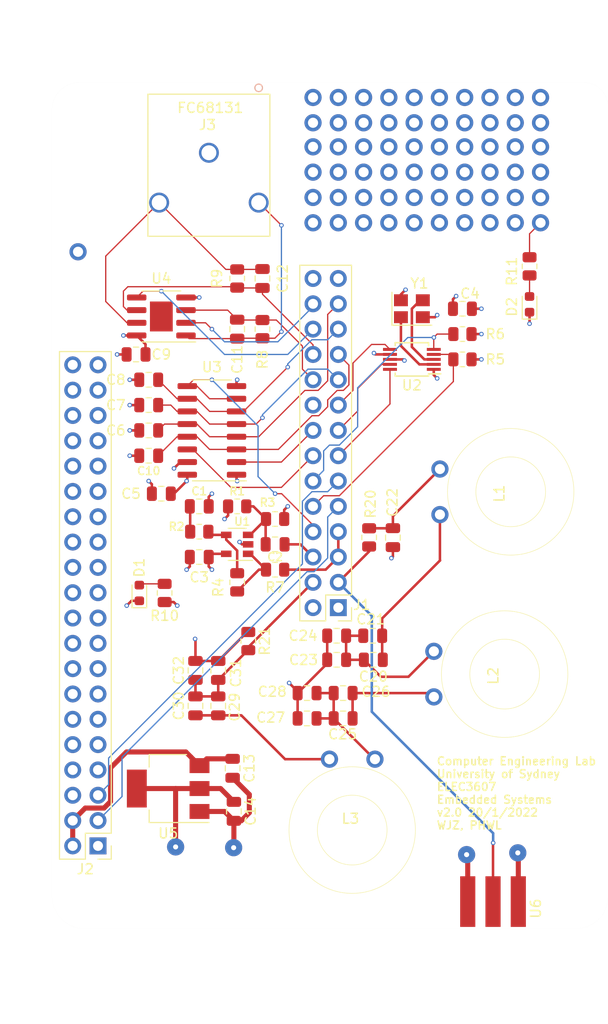
<source format=kicad_pcb>
(kicad_pcb (version 20211014) (generator pcbnew)
  (layers (0 "F.Cu" signal) (1 "In1.Cu" power "GNDD.Cu") (2 "In2.Cu" power "3V3.Cu") (31 "B.Cu" signal) (34 "B.Paste" user) (35 "F.Paste" user) (36 "B.SilkS" user "B.Silkscreen") (37 "F.SilkS" user "F.Silkscreen") (38 "B.Mask" user) (39 "F.Mask" user) (44 "Edge.Cuts" user))
  (net 0 "")
  (net 1 "+3V3")
  (net 2 "GND")
  (net 3 "Net-(C1-Pad2)")
  (net 4 "Net-(C2-Pad2)")
  (net 5 "RFIN")
  (net 6 "Q+")
  (net 7 "I+")
  (net 8 "Iout")
  (net 9 "Qout")
  (net 10 "RFOUT")
  (net 11 "MIXIN")
  (net 12 "I2C_SCL")
  (net 13 "I2C_SDA")
  (net 14 "CLK0")
  (net 15 "MIXCLK0")
  (net 16 "CLK1")
  (net 17 "MIXCLK90")
  (net 18 "CLK2")
  (net 19 "MIXI+")
  (net 20 "MIXI-")
  (net 21 "MIXQ+")
  (net 22 "MIXQ-")
  (net 23 "Net-(R2-Pad1)")
  (net 24 "Net-(R4-Pad1)")
  (net 25 "Net-(U2-Pad2)")
  (net 26 "Net-(U2-Pad3)")
  (net 27 "I-")
  (net 28 "Q-")
  (net 29 "Net-(D1-Pad2)")
  (net 30 "Net-(D2-Pad2)")
  (net 31 "LED_IN")
  (net 32 "P3_SDA")
  (net 33 "P5_SCL")
  (net 34 "Net-(J1-Pad28)")
  (net 35 "Net-(C13-Pad1)")
  (net 36 "Net-(C20-Pad1)")
  (net 37 "Net-(C20-Pad2)")
  (net 38 "Net-(C22-Pad1)")
  (net 39 "Net-(C25-Pad2)")
  (net 40 "Net-(C25-Pad1)")
  (net 41 "Net-(C29-Pad1)")
  (net 42 "Net-(J1-Pad27)")
  (net 43 "Net-(J2-Pad40)")
  (net 44 "Net-(J2-Pad38)")
  (net 45 "Net-(J2-Pad37)")
  (net 46 "Net-(J2-Pad36)")
  (net 47 "Net-(J2-Pad35)")
  (net 48 "Net-(J2-Pad33)")
  (net 49 "Net-(J2-Pad32)")
  (net 50 "Net-(J2-Pad31)")
  (net 51 "Net-(J2-Pad30)")
  (net 52 "Net-(J2-Pad29)")
  (net 53 "Net-(J2-Pad28)")
  (net 54 "Net-(J2-Pad27)")
  (net 55 "Net-(J2-Pad26)")
  (net 56 "Net-(J2-Pad24)")
  (net 57 "Net-(J2-Pad23)")
  (net 58 "Net-(J2-Pad22)")
  (net 59 "Net-(J2-Pad21)")
  (net 60 "Net-(J2-Pad19)")
  (net 61 "Net-(J2-Pad18)")
  (net 62 "Net-(J2-Pad17)")
  (net 63 "Net-(J2-Pad16)")
  (net 64 "Net-(J2-Pad15)")
  (net 65 "Net-(J2-Pad13)")
  (net 66 "Net-(J2-Pad12)")
  (net 67 "Net-(J2-Pad11)")
  (net 68 "Net-(J2-Pad10)")
  (net 69 "Net-(J2-Pad8)")
  (net 70 "Net-(J2-Pad1)")
  (net 71 "BPFOUT")
  (net 72 "BPFIN")
  (net 73 "Net-(J2-Pad7)")
  (footprint "Capacitor_SMD:C_0805_2012Metric" (layer "F.Cu") (at 154.1018 81.0641 180)
    (fp_text reference "C4")
    (fp_text value "0.1uF")
  )
  (footprint "Capacitor_SMD:C_0805_2012Metric" (layer "F.Cu") (at 122.5804 93.2688 180)
    (fp_text reference "C6")
    (fp_text value "0.1uF")
  )
  (footprint "Capacitor_SMD:C_0805_2012Metric" (layer "F.Cu") (at 122.5804 90.7288 180)
    (fp_text reference "C7")
    (fp_text value "0.1uF")
  )
  (footprint "Capacitor_SMD:C_0805_2012Metric" (layer "F.Cu") (at 121.3104 85.6488 180)
    (fp_text reference "C9")
    (fp_text value "0.1uF")
  )
  (footprint "Capacitor_SMD:C_0805_2012Metric" (layer "F.Cu") (at 122.5804 95.8088 180)
    (fp_text reference "C10")
    (fp_text value "0.1uF")
  )
  (footprint "Resistor_SMD:R_0805_2012Metric" (layer "F.Cu") (at 154.1018 83.6041)
    (fp_text reference "R6")
    (fp_text value "4.7k")
  )
  (footprint "Package_SO:MSOP-10_3x3mm_P0.5mm" (layer "F.Cu") (at 149.0218 86.1441 180)
    (fp_text reference "U2")
    (fp_text value "Si5351A-B-GT")
  )
  (footprint "Package_SO:SOIC-16_3.9x9.9mm_P1.27mm" (layer "F.Cu") (at 128.9304 93.2688 180)
    (fp_text reference "U3")
    (fp_text value "TS3A5017")
  )
  (footprint "Capacitor_SMD:C_0805_2012Metric" (layer "F.Cu") (at 131.4704 83.1088 90)
    (fp_text reference "C11")
    (fp_text value "3300pF")
  )
  (footprint "Package_SO:SOIC-8-1EP_3.9x4.9mm_P1.27mm_EP2.29x3mm" (layer "F.Cu") (at 123.8504 81.8388 180)
    (fp_text reference "U4")
    (fp_text value "TL972")
  )
  (footprint "Resistor_SMD:R_0805_2012Metric" (layer "F.Cu") (at 134.0104 83.1088 90)
    (fp_text reference "R8")
    (fp_text value "10K")
  )
  (footprint "Resistor_SMD:R_0805_2012Metric" (layer "F.Cu") (at 154.1018 86.1441)
    (fp_text reference "R5")
    (fp_text value "4.7k")
  )
  (footprint "Crystal:Crystal_SMD_TXC_7M-4Pin_3.2x2.5mm" (layer "F.Cu") (at 149.0218 81.0641)
    (fp_text reference "Y1")
    (fp_text value "Crystal")
  )
  (footprint "Capacitor_SMD:C_0805_2012Metric" (layer "F.Cu") (at 123.8504 99.6188 180)
    (fp_text reference "C5")
    (fp_text value "0.1uF")
  )
  (footprint "Resistor_SMD:R_0805_2012Metric" (layer "F.Cu") (at 131.4704 78.0288 -90)
    (fp_text reference "R9")
    (fp_text value "10K")
  )
  (footprint "Capacitor_SMD:C_0805_2012Metric" (layer "F.Cu") (at 134.0104 78.0288 -90)
    (fp_text reference "C12")
    (fp_text value "3300pF")
  )
  (footprint "Connector_PinHeader_2.54mm:PinHeader_2x14_P2.54mm_Vertical" (layer "F.Cu") (at 141.6304 111.0488 180)
    (fp_text reference "J1")
    (fp_text value "Conn_02x14_Odd_Even")
  )
  (footprint "Capacitor_SMD:C_0805_2012Metric" (layer "F.Cu") (at 127.6604 105.9688)
    (fp_text reference "C3")
    (fp_text value "0.1uF")
  )
  (footprint "Resistor_SMD:R_0805_2012Metric" (layer "F.Cu") (at 127.6604 103.4288 180)
    (fp_text reference "R2")
    (fp_text value "47")
  )
  (footprint "Capacitor_SMD:C_0805_2012Metric" (layer "F.Cu") (at 127.6604 100.8888 180)
    (fp_text reference "C1")
    (fp_text value "0.1uF")
  )
  (footprint "Package_TO_SOT_SMD:SOT-23-5" (layer "F.Cu") (at 131.4704 104.6988 180)
    (fp_text reference "U1")
    (fp_text value "THS4304")
  )
  (footprint "Resistor_SMD:R_0805_2012Metric" (layer "F.Cu") (at 135.2804 102.1588)
    (fp_text reference "R3")
    (fp_text value "470")
  )
  (footprint "Resistor_SMD:R_0805_2012Metric" (layer "F.Cu") (at 135.2804 107.2388 180)
    (fp_text reference "R7")
    (fp_text value "100")
  )
  (footprint "Capacitor_SMD:C_0805_2012Metric" (layer "F.Cu") (at 135.2804 104.6988 180)
    (fp_text reference "C2")
    (fp_text value "0.01uF")
  )
  (footprint "Resistor_SMD:R_0805_2012Metric" (layer "F.Cu") (at 131.4704 100.8888)
    (fp_text reference "R1")
    (fp_text value "470")
  )
  (footprint "Resistor_SMD:R_0805_2012Metric" (layer "F.Cu") (at 131.4704 108.5088 90)
    (fp_text reference "R4")
    (fp_text value "220")
  )
  (footprint "Diode_SMD:D_0603_1608Metric" (layer "F.Cu") (at 121.6406 109.5756 90)
    (fp_text reference "D1")
    (fp_text value "LED yellow")
  )
  (footprint "Resistor_SMD:R_0805_2012Metric" (layer "F.Cu") (at 124.1806 109.5756 90)
    (fp_text reference "R10")
    (fp_text value "62")
  )
  (footprint "Capacitor_SMD:C_0805_2012Metric" (layer "F.Cu") (at 122.5804 88.1888 180)
    (fp_text reference "C8")
    (fp_text value "0.1uF")
  )
  (footprint "Connector_PinHeader_2.54mm:PinHeader_2x20_P2.54mm_Vertical" (layer "F.Cu") (at 117.4877 134.9502 180)
    (fp_text reference "J2")
    (fp_text value "Conn_02x20_Odd_Even")
  )
  (footprint "AudioJack:FC68131" (layer "F.Cu") (at 133.6294 62.9158 -90)
    (fp_text reference "J3")
    (fp_text value "FC68131")
  )
  (footprint "Diode_SMD:D_0603_1608Metric" (layer "F.Cu") (at 160.8455 80.6196 90)
    (fp_text reference "D2")
    (fp_text value "LED blue")
  )
  (footprint "Resistor_SMD:R_0805_2012Metric" (layer "F.Cu") (at 160.8455 76.8096 -90)
    (fp_text reference "R11")
    (fp_text value "200")
  )
  (footprint "Capacitor_SMD:C_0805_2012Metric" (layer "F.Cu") (at 131.0132 127.1651 -90)
    (fp_text reference "C13")
    (fp_text value "100nF")
  )
  (footprint "Capacitor_SMD:C_0805_2012Metric" (layer "F.Cu") (at 131.1402 131.4831 -90)
    (fp_text reference "C14")
    (fp_text value "10uF")
  )
  (footprint "Capacitor_SMD:C_0805_2012Metric" (layer "F.Cu") (at 145.1483 116.2812 180)
    (fp_text reference "C20")
    (fp_text value "33pF")
  )
  (footprint "Capacitor_SMD:C_0805_2012Metric" (layer "F.Cu") (at 145.0873 113.8682 180)
    (fp_text reference "C21")
    (fp_text value "27pF")
  )
  (footprint "Capacitor_SMD:C_0805_2012Metric" (layer "F.Cu") (at 147.1168 104.0257 -90)
    (fp_text reference "C22")
    (fp_text value "270pF")
  )
  (footprint "Capacitor_SMD:C_0805_2012Metric" (layer "F.Cu") (at 141.4653 116.2812 180)
    (fp_text reference "C23")
    (fp_text value "680pF")
  )
  (footprint "Capacitor_SMD:C_0805_2012Metric" (layer "F.Cu") (at 141.4653 113.8682 180)
    (fp_text reference "C24")
    (fp_text value "22pF")
  )
  (footprint "Capacitor_SMD:C_0805_2012Metric" (layer "F.Cu") (at 142.1155 122.1613 180)
    (fp_text reference "C25")
    (fp_text value "33pF")
  )
  (footprint "Capacitor_SMD:C_0805_2012Metric" (layer "F.Cu") (at 142.1155 119.6213 180)
    (fp_text reference "C26")
    (fp_text value "27pF")
  )
  (footprint "Capacitor_SMD:C_0805_2012Metric" (layer "F.Cu") (at 138.4935 122.1613 180)
    (fp_text reference "C27")
    (fp_text value "680pF")
  )
  (footprint "Capacitor_SMD:C_0805_2012Metric" (layer "F.Cu") (at 138.4935 119.6213 180)
    (fp_text reference "C28")
    (fp_text value "22pF")
  )
  (footprint "Capacitor_SMD:C_0805_2012Metric" (layer "F.Cu") (at 129.5654 120.904 90)
    (fp_text reference "C29")
    (fp_text value "33pF")
  )
  (footprint "Capacitor_SMD:C_0805_2012Metric" (layer "F.Cu") (at 127.2794 120.904 90)
    (fp_text reference "C30")
    (fp_text value "27pF")
  )
  (footprint "Capacitor_SMD:C_0805_2012Metric" (layer "F.Cu") (at 129.5654 117.348 90)
    (fp_text reference "C31")
    (fp_text value "680pF")
  )
  (footprint "Capacitor_SMD:C_0805_2012Metric" (layer "F.Cu") (at 127.2794 117.348 90)
    (fp_text reference "C32")
    (fp_text value "22pF")
  )
  (footprint "AudioJack:T94-10" (layer "F.Cu") (at 158.9532 99.4283 -90)
    (fp_text reference "L1")
    (fp_text value "INDUCTOR")
  )
  (footprint "AudioJack:T94-10" (layer "F.Cu") (at 158.3436 117.7163 -90)
    (fp_text reference "L2")
    (fp_text value "INDUCTOR")
  )
  (footprint "AudioJack:T94-10" (layer "F.Cu") (at 143.0274 133.3627 180)
    (fp_text reference "L3")
    (fp_text value "INDUCTOR")
  )
  (footprint "Resistor_SMD:R_0805_2012Metric" (layer "F.Cu") (at 144.7292 104.0003 -90)
    (fp_text reference "R20")
    (fp_text value "50")
  )
  (footprint "Resistor_SMD:R_0805_2012Metric" (layer "F.Cu") (at 132.588 114.4016 -90)
    (fp_text reference "R21")
    (fp_text value "50")
  )
  (footprint "Package_TO_SOT_SMD:SOT-223-3_TabPin2" (layer "F.Cu") (at 124.5362 129.1971 180)
    (fp_text reference "U5")
    (fp_text value "LD1117S33TR_SOT223")
  )
  (footprint "AudioJack:BWSMA-KE-P001" (layer "F.Cu") (at 157.1752 143.8402 -90)
    (fp_text reference "U6")
    (fp_text value "BWSMA-KE-P001")
  )
  (gr_line (start 165.519126 143.255848) (end 116.1542 143.256) (layer "Edge.Cuts") (width 0.00254))
  (gr_line (start 166.292299 58.356495) (end 115.6462 58.3565) (layer "Edge.Cuts") (width 0.00254))
  (gr_line (start 112.8522 139.954) (end 112.8522 61.1505) (layer "Edge.Cuts") (width 0.00254))
  (gr_arc (start 166.292299 58.356495) (mid 168.031721 59.086578) (end 168.7449 60.833) (layer "Edge.Cuts") (width 0.00254))
  (gr_arc (start 116.1542 143.256) (mid 113.819333 142.288867) (end 112.8522 139.954) (layer "Edge.Cuts") (width 0.00254))
  (gr_arc (start 168.732127 140.017501) (mid 167.80004 142.305809) (end 165.519126 143.255848) (layer "Edge.Cuts") (width 0.00254))
  (gr_line (start 168.7322 140.0175) (end 168.7449 60.833) (layer "Edge.Cuts") (width 0.00254))
  (gr_arc (start 112.8522 61.1505) (mid 113.670544 59.174844) (end 115.6462 58.3565) (layer "Edge.Cuts") (width 0.00254))
  (gr_text "Computer Engineering Lab\nUniversity of Sydney\nELEC3607\nEmbedded Systems\nv2.0 20/1/2022\nWJZ, PHWL" (at 151.4475 129.667) (layer "F.SilkS") (effects (font (size 0.8 0.8)) (justify left)))
  (via (at 151.7904 72.4408) (size 1.7272) (drill 1.016) (layers "F.Cu" "B.Cu") (net 0))
  (via (at 154.3304 72.4408) (size 1.7272) (drill 1.016) (layers "F.Cu" "B.Cu") (net 0))
  (via (at 141.6304 72.4408) (size 1.7272) (drill 1.016) (layers "F.Cu" "B.Cu") (net 0))
  (via (at 154.3304 64.8208) (size 1.7272) (drill 1.016) (layers "F.Cu" "B.Cu") (net 0))
  (via (at 149.2504 67.3608) (size 1.7272) (drill 1.016) (layers "F.Cu" "B.Cu") (net 0))
  (via (at 151.7904 69.9008) (size 1.7272) (drill 1.016) (layers "F.Cu" "B.Cu") (net 0))
  (via (at 144.1704 72.4408) (size 1.7272) (drill 1.016) (layers "F.Cu" "B.Cu") (net 0))
  (via (at 151.7904 64.8208) (size 1.7272) (drill 1.016) (layers "F.Cu" "B.Cu") (net 0))
  (via (at 159.4104 64.8208) (size 1.7272) (drill 1.016) (layers "F.Cu" "B.Cu") (net 0))
  (via (at 154.3304 69.9008) (size 1.7272) (drill 1.016) (layers "F.Cu" "B.Cu") (net 0))
  (via (at 156.8704 67.3608) (size 1.7272) (drill 1.016) (layers "F.Cu" "B.Cu") (net 0))
  (via (at 154.3304 67.3608) (size 1.7272) (drill 1.016) (layers "F.Cu" "B.Cu") (net 0))
  (via (at 144.1704 64.8208) (size 1.7272) (drill 1.016) (layers "F.Cu" "B.Cu") (net 0))
  (via (at 159.4104 72.4408) (size 1.7272) (drill 1.016) (layers "F.Cu" "B.Cu") (net 0))
  (via (at 146.7104 64.8208) (size 1.7272) (drill 1.016) (layers "F.Cu" "B.Cu") (net 0))
  (via (at 144.1704 69.9008) (size 1.7272) (drill 1.016) (layers "F.Cu" "B.Cu") (net 0))
  (via (at 149.2504 69.9008) (size 1.7272) (drill 1.016) (layers "F.Cu" "B.Cu") (net 0))
  (via (at 156.8704 69.9008) (size 1.7272) (drill 1.016) (layers "F.Cu" "B.Cu") (net 0))
  (via (at 156.8704 72.4408) (size 1.7272) (drill 1.016) (layers "F.Cu" "B.Cu") (net 0))
  (via (at 144.1704 67.3608) (size 1.7272) (drill 1.016) (layers "F.Cu" "B.Cu") (net 0))
  (via (at 159.4104 67.3608) (size 1.7272) (drill 1.016) (layers "F.Cu" "B.Cu") (net 0))
  (via (at 159.4104 69.9008) (size 1.7272) (drill 1.016) (layers "F.Cu" "B.Cu") (net 0))
  (via (at 161.9504 69.9008) (size 1.7272) (drill 1.016) (layers "F.Cu" "B.Cu") (net 0))
  (via (at 151.7904 67.3608) (size 1.7272) (drill 1.016) (layers "F.Cu" "B.Cu") (net 0))
  (via (at 141.6304 64.8208) (size 1.7272) (drill 1.016) (layers "F.Cu" "B.Cu") (net 0))
  (via (at 141.6304 67.3608) (size 1.7272) (drill 1.016) (layers "F.Cu" "B.Cu") (net 0))
  (via (at 161.9504 64.8208) (size 1.7272) (drill 1.016) (layers "F.Cu" "B.Cu") (net 0))
  (via (at 161.9504 67.3608) (size 1.7272) (drill 1.016) (layers "F.Cu" "B.Cu") (net 0))
  (via (at 139.0904 69.9008) (size 1.7272) (drill 1.016) (layers "F.Cu" "B.Cu") (net 0))
  (via (at 139.0904 64.8208) (size 1.7272) (drill 1.016) (layers "F.Cu" "B.Cu") (net 0))
  (via (at 146.7104 72.4408) (size 1.7272) (drill 1.016) (layers "F.Cu" "B.Cu") (net 0))
  (via (at 146.7104 69.9008) (size 1.7272) (drill 1.016) (layers "F.Cu" "B.Cu") (net 0))
  (via (at 146.7104 67.3608) (size 1.7272) (drill 1.016) (layers "F.Cu" "B.Cu") (net 0))
  (via (at 156.8704 64.8208) (size 1.7272) (drill 1.016) (layers "F.Cu" "B.Cu") (net 0))
  (via (at 139.0904 72.4408) (size 1.7272) (drill 1.016) (layers "F.Cu" "B.Cu") (net 0))
  (via (at 139.0904 67.3608) (size 1.7272) (drill 1.016) (layers "F.Cu" "B.Cu") (net 0))
  (via (at 141.6304 69.9008) (size 1.7272) (drill 1.016) (layers "F.Cu" "B.Cu") (net 0))
  (via (at 149.2504 64.8208) (size 1.7272) (drill 1.016) (layers "F.Cu" "B.Cu") (net 0))
  (via (at 149.2504 72.4408) (size 1.7272) (drill 1.016) (layers "F.Cu" "B.Cu") (net 0))
  (via (at 149.2504 59.8678) (size 1.7272) (drill 1.016) (layers "F.Cu" "B.Cu") (net 0))
  (via (at 159.4104 59.8678) (size 1.7272) (drill 1.016) (layers "F.Cu" "B.Cu") (net 0))
  (via (at 139.0904 59.8678) (size 1.7272) (drill 1.016) (layers "F.Cu" "B.Cu") (net 0))
  (via (at 144.1704 62.4078) (size 1.7272) (drill 1.016) (layers "F.Cu" "B.Cu") (net 0))
  (via (at 149.2504 62.4078) (size 1.7272) (drill 1.016) (layers "F.Cu" "B.Cu") (net 0))
  (via (at 156.8704 62.4078) (size 1.7272) (drill 1.016) (layers "F.Cu" "B.Cu") (net 0))
  (via (at 141.6304 62.4078) (size 1.7272) (drill 1.016) (layers "F.Cu" "B.Cu") (net 0))
  (via (at 151.7904 59.8678) (size 1.7272) (drill 1.016) (layers "F.Cu" "B.Cu") (net 0))
  (via (at 161.9504 62.4078) (size 1.7272) (drill 1.016) (layers "F.Cu" "B.Cu") (net 0))
  (via (at 141.6304 59.8678) (size 1.7272) (drill 1.016) (layers "F.Cu" "B.Cu") (net 0))
  (via (at 146.7104 59.8678) (size 1.7272) (drill 1.016) (layers "F.Cu" "B.Cu") (net 0))
  (via (at 161.9504 59.8678) (size 1.7272) (drill 1.016) (layers "F.Cu" "B.Cu") (net 0))
  (via (at 156.8704 59.8678) (size 1.7272) (drill 1.016) (layers "F.Cu" "B.Cu") (net 0))
  (via (at 139.0904 62.4078) (size 1.7272) (drill 1.016) (layers "F.Cu" "B.Cu") (net 0))
  (via (at 159.4104 62.4078) (size 1.7272) (drill 1.016) (layers "F.Cu" "B.Cu") (net 0))
  (via (at 154.3304 62.4078) (size 1.7272) (drill 1.016) (layers "F.Cu" "B.Cu") (net 0))
  (via (at 151.7904 62.4078) (size 1.7272) (drill 1.016) (layers "F.Cu" "B.Cu") (net 0))
  (via (at 146.7104 62.4078) (size 1.7272) (drill 1.016) (layers "F.Cu" "B.Cu") (net 0))
  (via (at 144.1704 59.8678) (size 1.7272) (drill 1.016) (layers "F.Cu" "B.Cu") (net 0))
  (via (at 154.3304 59.8678) (size 1.7272) (drill 1.016) (layers "F.Cu" "B.Cu") (net 0))
  (segment (start 125.0931 110.4881) (end 125.4506 110.8456) (width 0.254) (layer "F.Cu") (net 1))
  (segment (start 122.2604 84.6288) (end 121.3754 83.7438) (width 0.254) (layer "F.Cu") (net 1))
  (segment (start 151.2218 87.1441) (end 151.2218 87.7091) (width 0.254) (layer "F.Cu") (net 1))
  (segment (start 146.8218 85.6441) (end 145.3468 85.6441) (width 0.254) (layer "F.Cu") (net 1))
  (segment (start 151.2218 87.7091) (end 151.5618 88.0491) (width 0.254) (layer "F.Cu") (net 1))
  (segment (start 128.9304 105.6488) (end 128.6104 105.9688) (width 0.254) (layer "F.Cu") (net 1))
  (segment (start 122.2604 85.6488) (end 122.2604 84.6288) (width 0.254) (layer "F.Cu") (net 1))
  (segment (start 155.0518 81.0641) (end 156.0068 81.0641) (width 0.254) (layer "F.Cu") (net 1))
  (segment (start 127.6862 129.1971) (end 129.8042 129.1971) (width 0.508) (layer "F.Cu") (net 1))
  (segment (start 128.6104 106.9188) (end 128.9304 107.2388) (width 0.254) (layer "F.Cu") (net 1))
  (segment (start 130.3704 105.6488) (end 128.9304 105.6488) (width 0.254) (layer "F.Cu") (net 1))
  (segment (start 125.2982 129.1971) (end 127.6862 129.1971) (width 0.508) (layer "F.Cu") (net 1))
  (segment (start 124.1806 110.4881) (end 125.0931 110.4881) (width 0.254) (layer "F.Cu") (net 1))
  (segment (start 124.8004 99.6188) (end 125.1204 99.6188) (width 0.254) (layer "F.Cu") (net 1))
  (segment (start 145.3468 85.6441) (end 145.2118 85.5091) (width 0.254) (layer "F.Cu") (net 1))
  (segment (start 125.2855 129.2098) (end 125.2982 129.1971) (width 0.508) (layer "F.Cu") (net 1))
  (segment (start 136.1929 101.2463) (end 136.5504 100.8888) (width 0.254) (layer "F.Cu") (net 1))
  (segment (start 125.1204 99.6188) (end 126.3904 98.3488) (width 0.254) (layer "F.Cu") (net 1))
  (segment (start 129.8042 129.1971) (end 131.1402 130.5331) (width 0.508) (layer "F.Cu") (net 1))
  (segment (start 136.1929 102.1588) (end 136.1929 101.2463) (width 0.254) (layer "F.Cu") (net 1))
  (segment (start 121.3862 129.1971) (end 125.2982 129.1971) (width 0.508) (layer "F.Cu") (net 1))
  (segment (start 121.3754 83.7438) (end 120.0404 83.7438) (width 0.254) (layer "F.Cu") (net 1))
  (segment (start 155.0143 86.1441) (end 156.0068 86.1441) (width 0.254) (layer "F.Cu") (net 1))
  (segment (start 126.4554 97.7138) (end 126.4554 98.2838) (width 0.254) (layer "F.Cu") (net 1))
  (segment (start 125.2855 135.0518) (end 125.2855 129.2098) (width 0.508) (layer "F.Cu") (net 1))
  (segment (start 155.0143 83.6041) (end 156.0068 83.6041) (width 0.254) (layer "F.Cu") (net 1))
  (segment (start 128.6104 105.9688) (end 128.6104 106.9188) (width 0.254) (layer "F.Cu") (net 1))
  (segment (start 131.2012 130.5941) (end 131.1402 130.5331) (width 0.762) (layer "F.Cu") (net 1))
  (segment (start 126.4554 98.2838) (end 126.3904 98.3488) (width 0.254) (layer "F.Cu") (net 1))
  (via (at 126.3904 98.3488) (size 0.4572) (drill 0.254) (layers "F.Cu" "B.Cu") (net 1))
  (via (at 128.9304 107.2388) (size 0.4572) (drill 0.254) (layers "F.Cu" "B.Cu") (net 1))
  (via (at 156.0068 83.6041) (size 0.4572) (drill 0.254) (layers "F.Cu" "B.Cu") (net 1))
  (via (at 145.2118 85.5091) (size 0.4572) (drill 0.254) (layers "F.Cu" "B.Cu") (net 1))
  (via (at 156.0068 86.1441) (size 0.4572) (drill 0.254) (layers "F.Cu" "B.Cu") (net 1))
  (via (at 125.2855 135.0518) (size 1.7272) (drill 0.508) (layers "F.Cu" "B.Cu") (net 1))
  (via (at 151.5618 88.0491) (size 0.4572) (drill 0.254) (layers "F.Cu" "B.Cu") (net 1))
  (via (at 136.5504 100.8888) (size 0.4572) (drill 0.254) (layers "F.Cu" "B.Cu") (net 1))
  (via (at 156.0068 81.0641) (size 0.4572) (drill 0.254) (layers "F.Cu" "B.Cu") (net 1))
  (via (at 120.0404 83.7438) (size 0.4572) (drill 0.254) (layers "F.Cu" "B.Cu") (net 1))
  (via (at 125.4506 110.8456) (size 0.4572) (drill 0.254) (layers "F.Cu" "B.Cu") (net 1))
  (segment (start 128.9679 101.2463) (end 128.6104 100.8888) (width 0.254) (layer "F.Cu") (net 2))
  (segment (start 160.8455 81.4071) (end 160.8455 82.5246) (width 0.254) (layer "F.Cu") (net 2))
  (segment (start 127.2794 116.398) (end 127.2794 114.2238) (width 0.254) (layer "F.Cu") (net 2))
  (segment (start 128.6104 99.9388) (end 128.9304 99.6188) (width 0.254) (layer "F.Cu") (net 2))
  (segment (start 147.9218 80.2141) (end 147.9218 79.6241) (width 0.254) (layer "F.Cu") (net 2))
  (segment (start 121.6304 90.7288) (end 120.6754 90.7288) (width 0.254) (layer "F.Cu") (net 2))
  (segment (start 127.2794 116.398) (end 129.5654 116.398) (width 0.254) (layer "F.Cu") (net 2))
  (segment (start 159.7152 135.6995) (end 159.6644 135.6487) (width 0.508) (layer "F.Cu") (net 2))
  (segment (start 126.3254 79.9338) (end 127.6604 79.9338) (width 0.254) (layer "F.Cu") (net 2))
  (segment (start 130.2042 131.4971) (end 131.1402 132.4331) (width 0.508) (layer "F.Cu") (net 2))
  (segment (start 137.5435 119.4587) (end 136.6901 118.6053) (width 0.254) (layer "F.Cu") (net 2))
  (segment (start 121.6304 93.2688) (end 120.6754 93.2688) (width 0.254) (layer "F.Cu") (net 2))
  (segment (start 121.6304 95.8088) (end 120.6754 95.8088) (width 0.254) (layer "F.Cu") (net 2))
  (segment (start 128.6104 100.8888) (end 128.6104 99.9388) (width 0.254) (layer "F.Cu") (net 2))
  (segment (start 131.1402 132.4331) (end 131.1402 135.1026) (width 0.508) (layer "F.Cu") (net 2))
  (segment (start 132.5704 104.6988) (end 131.949018 104.6988) (width 0.254) (layer "F.Cu") (net 2))
  (segment (start 132.4743 113.4891) (end 129.5654 116.398) (width 0.254) (layer "F.Cu") (net 2))
  (segment (start 137.5435 119.6213) (end 137.5435 119.4587) (width 0.254) (layer "F.Cu") (net 2))
  (segment (start 130.5579 101.8013) (end 130.2004 102.1588) (width 0.254) (layer "F.Cu") (net 2))
  (segment (start 140.6373 113.8682) (end 140.5153 113.8682) (width 0.254) (layer "F.Cu") (net 2))
  (segment (start 151.3468 81.9141) (end 151.5618 81.6991) (width 0.254) (layer "F.Cu") (net 2))
  (segment (start 131.4054 97.7138) (end 131.4054 98.2838) (width 0.254) (layer "F.Cu") (net 2))
  (segment (start 132.6896 131.6228) (end 131.8793 132.4331) (width 0.508) (layer "F.Cu") (net 2))
  (segment (start 126.7104 105.9688) (end 126.7104 106.9188) (width 0.254) (layer "F.Cu") (net 2))
  (segment (start 127.6862 131.4971) (end 130.2042 131.4971) (width 0.508) (layer "F.Cu") (net 2))
  (segment (start 153.1518 80.1091) (end 153.4668 79.7941) (width 0.254) (layer "F.Cu") (net 2))
  (segment (start 122.9004 98.6688) (end 122.5804 98.3488) (width 0.254) (layer "F.Cu") (net 2))
  (segment (start 131.0132 128.1151) (end 132.6896 129.7915) (width 0.508) (layer "F.Cu") (net 2))
  (segment (start 137.5435 119.6213) (end 140.5153 116.6495) (width 0.254) (layer "F.Cu") (net 2))
  (segment (start 140.2613 116.5352) (end 140.5153 116.2812) (width 0.254) (layer "F.Cu") (net 2))
  (segment (start 126.4554 96.4438) (end 125.7554 96.4438) (width 0.254) (layer "F.Cu") (net 2))
  (segment (start 140.5153 113.8682) (end 140.5153 116.2812) (width 0.254) (layer "F.Cu") (net 2))
  (segment (start 148.15818 86.1441) (end 148.27249 86.25841) (width 0.254) (layer "F.Cu") (net 2))
  (segment (start 153.1518 81.0641) (end 153.1518 80.1091) (width 0.254) (layer "F.Cu") (net 2))
  (segment (start 159.7152 140.5382) (end 159.7152 135.6995) (width 0.508) (layer "F.Cu") (net 2))
  (segment (start 130.5579 100.8888) (end 130.5579 101.8013) (width 0.254) (layer "F.Cu") (net 2))
  (segment (start 131.949018 104.6988) (end 131.709709 104.459491) (width 0.254) (layer "F.Cu") (net 2))
  (segment (start 121.6406 110.3631) (end 120.8531 110.3631) (width 0.254) (layer "F.Cu") (net 2))
  (segment (start 131.4054 88.2538) (end 131.4704 88.1888) (width 0.254) (layer "F.Cu") (net 2))
  (segment (start 131.1402 135.1026) (end 131.1148 135.128) (width 0.508) (layer "F.Cu") (net 2))
  (segment (start 137.5435 122.1613) (end 137.5435 119.6213) (width 0.254) (layer "F.Cu") (net 2))
  (segment (start 127.2794 114.2238) (end 127.2413 114.1857) (width 0.254) (layer "F.Cu") (net 2))
  (segment (start 147.1168 104.9757) (end 147.1168 105.9307) (width 0.254) (layer "F.Cu") (net 2))
  (segment (start 140.5153 116.6495) (end 140.5153 116.2812) (width 0.254) (layer "F.Cu") (net 2))
  (segment (start 126.7104 106.9188) (end 126.3904 107.2388) (width 0.254) (layer "F.Cu") (net 2))
  (segment (start 122.9004 99.6188) (end 122.9004 98.6688) (width 0.254) (layer "F.Cu") (net 2))
  (segment (start 150.1218 81.9141) (end 151.3468 81.9141) (width 0.254) (layer "F.Cu") (net 2))
  (segment (start 146.8218 86.1441) (end 148.15818 86.1441) (width 0.254) (layer "F.Cu") (net 2))
  (segment (start 137.2895 119.8753) (end 137.5435 119.6213) (width 0.254) (layer "F.Cu") (net 2))
  (segment (start 147.1168 105.9307) (end 146.9644 106.0831) (width 0.254) (layer "F.Cu") (net 2))
  (segment (start 131.4054 88.8238) (end 131.4054 88.2538) (width 0.254) (layer "F.Cu") (net 2))
  (segment (start 120.8531 110.3631) (end 120.3706 110.8456) (width 0.254) (layer "F.Cu") (net 2))
  (segment (start 126.7104 105.5013) (end 126.7104 105.9688) (width 0.254) (layer "F.Cu") (net 2))
  (segment (start 132.6896 129.7915) (end 132.6896 131.6228) (width 0.508) (layer "F.Cu") (net 2))
  (segment (start 154.6352 140.5382) (end 154.6352 135.9408) (width 0.508) (layer "F.Cu") (net 2))
  (segment (start 131.4054 98.2838) (end 131.4704 98.3488) (width 0.254) (layer "F.Cu") (net 2))
  (segment (start 121.6304 88.1888) (end 120.6754 88.1888) (width 0.254) (layer "F.Cu") (net 2))
  (segment (start 120.3604 85.6488) (end 119.4054 85.6488) (width 0.254) (layer "F.Cu") (net 2))
  (segment (start 132.588 113.4891) (end 132.4743 113.4891) (width 0.254) (layer "F.Cu") (net 2))
  (segment (start 131.8793 132.4331) (end 131.1402 132.4331) (width 0.508) (layer "F.Cu") (net 2))
  (segment (start 125.7554 96.4438) (end 125.1204 97.0788) (width 0.254) (layer "F.Cu") (net 2))
  (segment (start 147.9218 79.6241) (end 148.3868 79.1591) (width 0.254) (layer "F.Cu") (net 2))
  (segment (start 154.6352 135.9408) (end 154.5209 135.8265) (width 0.508) (layer "F.Cu") (net 2))
  (via (at 160.8455 82.5627) (size 0.4572) (drill 0.254) (layers "F.Cu" "B.Cu") (net 2))
  (via (at 115.4811 75.3491) (size 1.7272) (drill 1.016) (layers "F.Cu" "B.Cu") (net 2))
  (via (at 127.6604 79.9338) (size 0.4572) (drill 0.254) (layers "F.Cu" "B.Cu") (net 2))
  (via (at 120.6754 95.8088) (size 0.4572) (drill 0.254) (layers "F.Cu" "B.Cu") (net 2))
  (via (at 120.6754 88.1888) (size 0.4572) (drill 0.254) (layers "F.Cu" "B.Cu") (net 2))
  (via (at 131.1148 135.128) (size 1.7272) (drill 0.508) (layers "F.Cu" "B.Cu") (net 2))
  (via (at 159.6644 135.6487) (size 1.7272) (drill 0.508) (layers "F.Cu" "B.Cu") (net 2))
  (via (at 119.4054 85.6488) (size 0.4572) (drill 0.254) (layers "F.Cu" "B.Cu") (net 2))
  (via (at 125.1204 97.0788) (size 0.4572) (drill 0.254) (layers "F.Cu" "B.Cu") (net 2))
  (via (at 148.3868 79.1591) (size 0.4572) (drill 0.254) (layers "F.Cu" "B.Cu") (net 2))
  (via (at 120.6754 93.2688) (size 0.4572) (drill 0.254) (layers "F.Cu" "B.Cu") (net 2))
  (via (at 136.6901 118.6053) (size 0.4572) (drill 0.254) (layers "F.Cu" "B.Cu") (net 2))
  (via (at 151.5618 81.6991) (size 0.4572) (drill 0.254) (layers "F.Cu" "B.Cu") (net 2))
  (via (at 130.2004 102.1588) (size 0.4572) (drill 0.254) (layers "F.Cu" "B.Cu") (net 2))
  (via (at 146.9644 106.0831) (size 0.4572) (drill 0.254) (layers "F.Cu" "B.Cu") (net 2))
  (via (at 120.3706 110.8456) (size 0.4572) (drill 0.254) (layers "F.Cu" "B.Cu") (net 2))
  (via (at 126.3904 107.2388) (size 0.4572) (drill 0.254) (layers "F.Cu" "B.Cu") (net 2))
  (via (at 122.5804 98.3488) (size 0.4572) (drill 0.254) (layers "F.Cu" "B.Cu") (net 2))
  (via (at 120.6754 90.7288) (size 0.4572) (drill 0.254) (layers "F.Cu" "B.Cu") (net 2))
  (via (at 153.4668 79.7941) (size 0.4572) (drill 0.254) (layers "F.Cu" "B.Cu") (net 2))
  (via (at 131.4704 98.3488) (size 0.4572) (drill 0.254) (layers "F.Cu" "B.Cu") (net 2))
  (via (at 154.5209 135.8265) (size 1.7272) (drill 0.508) (layers "F.Cu" "B.Cu") (net 2))
  (via (at 148.27249 86.25841) (size 0.4572) (drill 0.254) (layers "F.Cu" "B.Cu") (net 2))
  (via (at 131.709709 104.459491) (size 0.4572) (drill 0.254) (layers "F.Cu" "B.Cu") (net 2))
  (via (at 128.9304 99.6188) (size 0.4572) (drill 0.254) (layers "F.Cu" "B.Cu") (net 2))
  (via (at 131.4704 88.1888) (size 0.4572) (drill 0.254) (layers "F.Cu" "B.Cu") (net 2))
  (via (at 127.2413 114.1857) (size 0.4572) (drill 0.254) (layers "F.Cu" "B.Cu") (net 2))
  (segment (start 126.7479 100.9263) (end 126.7104 100.8888) (width 0.127) (layer "F.Cu") (net 3))
  (segment (start 126.7479 103.4288) (end 126.7479 100.9263) (width 0.254) (layer "F.Cu") (net 3))
  (segment (start 132.3829 100.8888) (end 133.0979 100.8888) (width 0.254) (layer "F.Cu") (net 4))
  (segment (start 134.3304 104.6988) (end 134.3304 102.1963) (width 0.254) (layer "F.Cu") (net 4))
  (segment (start 133.0979 100.8888) (end 134.3679 102.1588) (width 0.254) (layer "F.Cu") (net 4))
  (segment (start 132.7779 103.7488) (end 134.3679 102.1588) (width 0.254) (layer "F.Cu") (net 4))
  (segment (start 132.5704 103.7488) (end 132.7779 103.7488) (width 0.254) (layer "F.Cu") (net 4))
  (segment (start 137.8204 104.6988) (end 139.0904 105.9688) (width 0.254) (layer "F.Cu") (net 5))
  (segment (start 136.2304 104.6988) (end 137.8204 104.6988) (width 0.254) (layer "F.Cu") (net 5))
  (segment (start 121.3754 79.9338) (end 122.0104 79.2988) (width 0.127) (layer "F.Cu") (net 6))
  (segment (start 122.0104 79.2988) (end 123.8504 79.2988) (width 0.127) (layer "F.Cu") (net 6))
  (via (at 123.8504 79.2988) (size 0.4572) (drill 0.254) (layers "F.Cu" "B.Cu") (net 6))
  (segment (start 136.5504 85.6488) (end 130.2004 85.6488) (width 0.127) (layer "B.Cu") (net 6))
  (segment (start 139.0904 83.1088) (end 136.5504 85.6488) (width 0.127) (layer "B.Cu") (net 6))
  (segment (start 130.2004 85.6488) (end 123.8504 79.2988) (width 0.127) (layer "B.Cu") (net 6))
  (segment (start 134.0104 82.1963) (end 131.5079 82.1963) (width 0.127) (layer "F.Cu") (net 7))
  (segment (start 131.5079 82.1963) (end 131.4704 82.1588) (width 0.127) (layer "F.Cu") (net 7))
  (segment (start 135.406762 82.1963) (end 138.024499 84.814037) (width 0.127) (layer "F.Cu") (net 7))
  (segment (start 130.5154 81.2038) (end 126.3254 81.2038) (width 0.127) (layer "F.Cu") (net 7))
  (segment (start 138.024499 87.122899) (end 139.0904 88.1888) (width 0.127) (layer "F.Cu") (net 7))
  (segment (start 134.0104 82.1963) (end 135.406762 82.1963) (width 0.127) (layer "F.Cu") (net 7))
  (segment (start 138.024499 84.814037) (end 138.024499 87.122899) (width 0.127) (layer "F.Cu") (net 7))
  (segment (start 131.4704 82.1588) (end 130.5154 81.2038) (width 0.127) (layer "F.Cu") (net 7))
  (segment (start 135.2569 84.0213) (end 135.9154 83.3628) (width 0.127) (layer "F.Cu") (net 8))
  (segment (start 134.0104 84.0213) (end 131.5079 84.0213) (width 0.127) (layer "F.Cu") (net 8))
  (segment (start 126.6404 84.0588) (end 126.3254 83.7438) (width 0.127) (layer "F.Cu") (net 8))
  (segment (start 131.5079 84.0213) (end 131.4704 84.0588) (width 0.127) (layer "F.Cu") (net 8))
  (segment (start 131.4704 84.0588) (end 126.6404 84.0588) (width 0.127) (layer "F.Cu") (net 8))
  (segment (start 135.9154 72.6948) (end 133.6364 70.4158) (width 0.127) (layer "F.Cu") (net 8))
  (segment (start 134.0104 84.0213) (end 135.2569 84.0213) (width 0.127) (layer "F.Cu") (net 8))
  (segment (start 133.6364 70.4158) (end 133.6294 70.4158) (width 0.127) (layer "F.Cu") (net 8))
  (via (at 135.9154 83.3628) (size 0.4572) (drill 0.254) (layers "F.Cu" "B.Cu") (net 8))
  (via (at 135.9154 72.6948) (size 0.4572) (drill 0.254) (layers "F.Cu" "B.Cu") (net 8))
  (segment (start 135.9154 83.3628) (end 135.9154 72.6948) (width 0.127) (layer "B.Cu") (net 8))
  (segment (start 118.2624 75.7828) (end 123.6294 70.4158) (width 0.127) (layer "F.Cu") (net 9))
  (segment (start 120.4004 82.4738) (end 118.2624 80.3358) (width 0.127) (layer "F.Cu") (net 9))
  (segment (start 118.2624 80.3358) (end 118.2624 75.7828) (width 0.127) (layer "F.Cu") (net 9))
  (segment (start 121.3754 82.4738) (end 120.4004 82.4738) (width 0.127) (layer "F.Cu") (net 9))
  (segment (start 130.3299 77.1163) (end 123.6294 70.4158) (width 0.127) (layer "F.Cu") (net 9))
  (segment (start 131.4704 77.1163) (end 130.3299 77.1163) (width 0.127) (layer "F.Cu") (net 9))
  (segment (start 131.4704 77.1163) (end 133.9729 77.1163) (width 0.127) (layer "F.Cu") (net 9))
  (segment (start 136.1929 107.2388) (end 140.3604 107.2388) (width 0.254) (layer "F.Cu") (net 10))
  (segment (start 141.6304 103.4288) (end 141.6304 105.9688) (width 0.254) (layer "F.Cu") (net 10))
  (segment (start 140.3604 107.2388) (end 141.6304 105.9688) (width 0.254) (layer "F.Cu") (net 10))
  (segment (start 127.4304 88.8238) (end 128.7004 90.0938) (width 0.127) (layer "F.Cu") (net 11))
  (segment (start 135.938262 99.6188) (end 139.0904 102.770938) (width 0.127) (layer "F.Cu") (net 11))
  (segment (start 128.9304 88.1888) (end 127.0904 88.1888) (width 0.127) (layer "F.Cu") (net 11))
  (segment (start 135.2804 99.6188) (end 135.938262 99.6188) (width 0.127) (layer "F.Cu") (net 11))
  (segment (start 126.4554 88.8238) (end 127.4304 88.8238) (width 0.127) (layer "F.Cu") (net 11))
  (segment (start 128.7004 90.0938) (end 131.4054 90.0938) (width 0.127) (layer "F.Cu") (net 11))
  (segment (start 139.0904 102.770938) (end 139.0904 103.4288) (width 0.127) (layer "F.Cu") (net 11))
  (segment (start 127.0904 88.1888) (end 126.4554 88.8238) (width 0.127) (layer "F.Cu") (net 11))
  (via (at 128.9304 88.1888) (size 0.4572) (drill 0.254) (layers "F.Cu" "B.Cu") (net 11))
  (via (at 135.2804 99.6188) (size 0.4572) (drill 0.254) (layers "F.Cu" "B.Cu") (net 11))
  (segment (start 135.2804 99.6188) (end 133.565899 97.904299) (width 0.127) (layer "B.Cu") (net 11))
  (segment (start 133.565899 97.904299) (end 133.565899 92.824299) (width 0.127) (layer "B.Cu") (net 11))
  (segment (start 133.565899 92.824299) (end 128.9304 88.1888) (width 0.127) (layer "B.Cu") (net 11))
  (segment (start 141.733835 99.822899) (end 153.1893 88.367434) (width 0.127) (layer "F.Cu") (net 12))
  (segment (start 153.1893 88.367434) (end 153.1893 86.1441) (width 0.127) (layer "F.Cu") (net 12))
  (segment (start 140.156301 99.822899) (end 141.733835 99.822899) (width 0.127) (layer "F.Cu") (net 12))
  (segment (start 151.2218 85.6441) (end 152.6893 85.6441) (width 0.127) (layer "F.Cu") (net 12))
  (segment (start 139.0904 100.8888) (end 140.156301 99.822899) (width 0.127) (layer "F.Cu") (net 12))
  (segment (start 152.6893 85.6441) (end 153.1893 86.1441) (width 0.127) (layer "F.Cu") (net 12))
  (segment (start 152.8318 83.6041) (end 153.01055 83.78285) (width 0.127) (layer "F.Cu") (net 13))
  (segment (start 151.2218 85.1441) (end 151.6493 85.1441) (width 0.25) (layer "F.Cu") (net 13))
  (segment (start 151.2218 85.1441) (end 151.2218 83.9441) (width 0.127) (layer "F.Cu") (net 13))
  (segment (start 153.1893 83.6041) (end 151.5618 83.6041) (width 0.127) (layer "F.Cu") (net 13))
  (segment (start 151.2189 83.947) (end 151.2218 83.9441) (width 0.127) (layer "F.Cu") (net 13))
  (segment (start 151.5618 83.6041) (end 151.2218 83.9441) (width 0.127) (layer "F.Cu") (net 13))
  (via (at 151.2316 83.947) (size 0.4572) (drill 0.254) (layers "F.Cu" "B.Cu") (net 13))
  (segment (start 140.156301 95.327099) (end 140.156301 97.282899) (width 0.127) (layer "B.Cu") (net 13))
  (segment (start 140.740501 94.742899) (end 140.156301 95.327099) (width 0.127) (layer "B.Cu") (net 13))
  (segment (start 151.2316 83.947) (end 148.6154 83.947) (width 0.127) (layer "B.Cu") (net 13))
  (segment (start 141.733835 94.742899) (end 140.740501 94.742899) (width 0.127) (layer "B.Cu") (net 13))
  (segment (start 140.156301 97.282899) (end 139.0904 98.3488) (width 0.127) (layer "B.Cu") (net 13))
  (segment (start 148.6154 83.947) (end 143.5735 88.9889) (width 0.127) (layer "B.Cu") (net 13))
  (segment (start 143.5735 92.903234) (end 141.733835 94.742899) (width 0.127) (layer "B.Cu") (net 13))
  (segment (start 143.5735 88.9889) (end 143.5735 92.903234) (width 0.127) (layer "B.Cu") (net 13))
  (segment (start 146.8218 90.6174) (end 141.6304 95.8088) (width 0.127) (layer "F.Cu") (net 14))
  (segment (start 146.8218 87.1441) (end 146.8218 90.6174) (width 0.127) (layer "F.Cu") (net 14))
  (segment (start 130.8354 98.9838) (end 127.0254 95.1738) (width 0.127) (layer "F.Cu") (net 15))
  (segment (start 127.0254 95.1738) (end 126.4554 95.1738) (width 0.127) (layer "F.Cu") (net 15))
  (segment (start 135.9154 98.9838) (end 130.8354 98.9838) (width 0.127) (layer "F.Cu") (net 15))
  (segment (start 139.0904 95.8088) (end 135.9154 98.9838) (width 0.127) (layer "F.Cu") (net 15))
  (segment (start 145.9948 86.6441) (end 146.8218 86.6441) (width 0.127) (layer "F.Cu") (net 16))
  (segment (start 141.6304 93.2688) (end 143.5862 91.313) (width 0.127) (layer "F.Cu") (net 16))
  (segment (start 143.5862 91.313) (end 143.5862 89.0527) (width 0.127) (layer "F.Cu") (net 16))
  (segment (start 143.5862 89.0527) (end 145.9948 86.6441) (width 0.127) (layer "F.Cu") (net 16))
  (segment (start 135.9154 96.4438) (end 139.0904 93.2688) (width 0.127) (layer "F.Cu") (net 17))
  (segment (start 131.4054 96.4438) (end 135.9154 96.4438) (width 0.127) (layer "F.Cu") (net 17))
  (segment (start 146.3232 84.6455) (end 144.9705 84.6455) (width 0.127) (layer "F.Cu") (net 18))
  (segment (start 146.742299 85.064599) (end 146.8218 85.1441) (width 0.127) (layer "F.Cu") (net 18))
  (segment (start 146.8218 85.1441) (end 146.3232 84.6455) (width 0.127) (layer "F.Cu") (net 18))
  (segment (start 146.8218 85.1441) (end 146.6248 85.1441) (width 0.1524) (layer "F.Cu") (net 18))
  (segment (start 143.1036 86.5124) (end 143.1036 89.2556) (width 0.127) (layer "F.Cu") (net 18))
  (segment (start 141.6304 90.7288) (end 143.1036 89.2556) (width 0.127) (layer "F.Cu") (net 18))
  (segment (start 144.9705 84.6455) (end 143.1036 86.5124) (width 0.127) (layer "F.Cu") (net 18))
  (segment (start 131.4054 92.6338) (end 133.3754 92.6338) (width 0.127) (layer "F.Cu") (net 19))
  (segment (start 126.4554 91.3638) (end 125.4354 91.3638) (width 0.127) (layer "F.Cu") (net 19))
  (segment (start 127.4304 91.3638) (end 128.7004 92.6338) (width 0.127) (layer "F.Cu") (net 19))
  (segment (start 124.8004 90.7288) (end 125.4354 91.3638) (width 0.127) (layer "F.Cu") (net 19))
  (segment (start 133.3754 92.6338) (end 134.0104 91.9988) (width 0.127) (layer "F.Cu") (net 19))
  (segment (start 123.5304 90.7288) (end 124.8004 90.7288) (width 0.127) (layer "F.Cu") (net 19))
  (segment (start 126.4554 91.3638) (end 127.4304 91.3638) (width 0.127) (layer "F.Cu") (net 19))
  (segment (start 128.7004 92.6338) (end 131.4054 92.6338) (width 0.127) (layer "F.Cu") (net 19))
  (via (at 134.0104 91.9988) (size 0.4572) (drill 0.254) (layers "F.Cu" "B.Cu") (net 19))
  (segment (start 141.6304 88.1888) (end 140.564499 87.122899) (width 0.127) (layer "B.Cu") (net 19))
  (segment (start 140.564499 87.122899) (end 138.578767 87.122899) (width 0.127) (layer "B.Cu") (net 19))
  (segment (start 134.0104 91.691266) (end 134.0104 91.9988) (width 0.127) (layer "B.Cu") (net 19))
  (segment (start 138.578767 87.122899) (end 134.0104 91.691266) (width 0.127) (layer "B.Cu") (net 19))
  (segment (start 140.564499 90.207201) (end 141.516999 89.254701) (width 0.127) (layer "F.Cu") (net 20))
  (segment (start 135.607866 95.1738) (end 138.986965 91.794701) (width 0.127) (layer "F.Cu") (net 20))
  (segment (start 140.564499 90.893001) (end 140.564499 90.207201) (width 0.127) (layer "F.Cu") (net 20))
  (segment (start 128.7004 95.1738) (end 131.4054 95.1738) (width 0.127) (layer "F.Cu") (net 20))
  (segment (start 139.662799 91.794701) (end 140.564499 90.893001) (width 0.127) (layer "F.Cu") (net 20))
  (segment (start 138.986965 91.794701) (end 139.662799 91.794701) (width 0.127) (layer "F.Cu") (net 20))
  (segment (start 127.4304 93.9038) (end 128.7004 95.1738) (width 0.127) (layer "F.Cu") (net 20))
  (segment (start 141.516999 89.254701) (end 142.142033 89.254701) (width 0.127) (layer "F.Cu") (net 20))
  (segment (start 125.4354 93.9038) (end 123.5304 95.8088) (width 0.127) (layer "F.Cu") (net 20))
  (segment (start 126.4554 93.9038) (end 125.4354 93.9038) (width 0.127) (layer "F.Cu") (net 20))
  (segment (start 142.696301 88.700433) (end 142.696301 86.714701) (width 0.127) (layer "F.Cu") (net 20))
  (segment (start 142.142033 89.254701) (end 142.696301 88.700433) (width 0.127) (layer "F.Cu") (net 20))
  (segment (start 131.4054 95.1738) (end 135.607866 95.1738) (width 0.127) (layer "F.Cu") (net 20))
  (segment (start 142.696301 86.714701) (end 141.6304 85.6488) (width 0.127) (layer "F.Cu") (net 20))
  (segment (start 126.4554 93.9038) (end 127.4304 93.9038) (width 0.127) (layer "F.Cu") (net 20))
  (segment (start 123.5304 88.1888) (end 125.4354 90.0938) (width 0.127) (layer "F.Cu") (net 21))
  (segment (start 125.4354 90.0938) (end 126.4554 90.0938) (width 0.127) (layer "F.Cu") (net 21))
  (segment (start 128.7004 91.3638) (end 131.4054 91.3638) (width 0.127) (layer "F.Cu") (net 21))
  (segment (start 131.4054 91.3638) (end 132.1054 91.3638) (width 0.127) (layer "F.Cu") (net 21))
  (segment (start 126.4554 90.0938) (end 127.4304 90.0938) (width 0.127) (layer "F.Cu") (net 21))
  (segment (start 132.1054 91.3638) (end 136.5504 86.9188) (width 0.127) (layer "F.Cu") (net 21))
  (segment (start 127.4304 90.0938) (end 128.7004 91.3638) (width 0.127) (layer "F.Cu") (net 21))
  (via (at 136.5504 86.9188) (size 0.4572) (drill 0.254) (layers "F.Cu" "B.Cu") (net 21))
  (segment (start 136.5504 86.595511) (end 138.97121 84.174701) (width 0.127) (layer "B.Cu") (net 21))
  (segment (start 138.97121 84.174701) (end 140.564499 84.174701) (width 0.127) (layer "B.Cu") (net 21))
  (segment (start 136.5504 86.9188) (end 136.5504 86.595511) (width 0.127) (layer "B.Cu") (net 21))
  (segment (start 140.564499 84.174701) (end 141.6304 83.1088) (width 0.127) (layer "B.Cu") (net 21))
  (segment (start 126.4554 92.6338) (end 127.4304 92.6338) (width 0.127) (layer "F.Cu") (net 22))
  (segment (start 138.278499 89.254701) (end 139.602033 89.254701) (width 0.127) (layer "F.Cu") (net 22))
  (segment (start 126.4554 92.6338) (end 124.1654 92.6338) (width 0.127) (layer "F.Cu") (net 22))
  (segment (start 138.278499 89.254701) (end 133.6294 93.9038) (width 0.127) (layer "F.Cu") (net 22))
  (segment (start 128.7004 93.9038) (end 131.4054 93.9038) (width 0.127) (layer "F.Cu") (net 22))
  (segment (start 124.1654 92.6338) (end 123.5304 93.2688) (width 0.127) (layer "F.Cu") (net 22))
  (segment (start 140.564499 81.634701) (end 141.6304 80.5688) (width 0.127) (layer "F.Cu") (net 22))
  (segment (start 127.4304 92.6338) (end 128.7004 93.9038) (width 0.127) (layer "F.Cu") (net 22))
  (segment (start 139.602033 89.254701) (end 140.564499 88.292235) (width 0.127) (layer "F.Cu") (net 22))
  (segment (start 131.4054 93.9038) (end 133.6294 93.9038) (width 0.127) (layer "F.Cu") (net 22))
  (segment (start 140.564499 88.292235) (end 140.564499 81.634701) (width 0.127) (layer "F.Cu") (net 22))
  (segment (start 130.3704 103.767747) (end 130.3704 103.7488) (width 0.127) (layer "F.Cu") (net 23))
  (segment (start 130.3704 103.7488) (end 128.8929 103.7488) (width 0.254) (layer "F.Cu") (net 23))
  (segment (start 128.8929 103.7488) (end 128.5729 103.4288) (width 0.254) (layer "F.Cu") (net 23))
  (segment (start 131.4704 105.3338) (end 130.3704 104.2338) (width 0.254) (layer "F.Cu") (net 23))
  (segment (start 131.4704 107.5963) (end 131.4704 105.3338) (width 0.254) (layer "F.Cu") (net 23))
  (segment (start 130.3704 103.7488) (end 130.3704 104.2338) (width 0.254) (layer "F.Cu") (net 23))
  (segment (start 133.6529 107.2388) (end 131.4704 109.4213) (width 0.254) (layer "F.Cu") (net 24))
  (segment (start 132.5704 105.6488) (end 132.7779 105.6488) (width 0.254) (layer "F.Cu") (net 24))
  (segment (start 132.7779 105.6488) (end 134.3679 107.2388) (width 0.254) (layer "F.Cu") (net 24))
  (segment (start 134.3679 107.2388) (end 133.6529 107.2388) (width 0.254) (layer "F.Cu") (net 24))
  (segment (start 149.7758 86.6441) (end 151.2218 86.6441) (width 0.254) (layer "F.Cu") (net 25))
  (segment (start 147.9218 84.7901) (end 149.7758 86.6441) (width 0.254) (layer "F.Cu") (net 25))
  (segment (start 147.9218 81.9141) (end 147.9218 84.7901) (width 0.254) (layer "F.Cu") (net 25))
  (segment (start 149.0218 84.8941) (end 150.2718 86.1441) (width 0.254) (layer "F.Cu") (net 26))
  (segment (start 150.1218 80.2141) (end 149.8718 80.2141) (width 0.127) (layer "F.Cu") (net 26))
  (segment (start 149.0218 81.0641) (end 149.0218 84.8941) (width 0.254) (layer "F.Cu") (net 26))
  (segment (start 149.8718 80.2141) (end 149.0218 81.0641) (width 0.254) (layer "F.Cu") (net 26))
  (segment (start 150.2718 86.1441) (end 151.2218 86.1441) (width 0.254) (layer "F.Cu") (net 26))
  (segment (start 120.0404 80.8438) (end 120.0404 79.2988) (width 0.127) (layer "F.Cu") (net 27))
  (segment (start 131.4704 78.9413) (end 131.383399 78.854299) (width 0.127) (layer "F.Cu") (net 27))
  (segment (start 134.0104 78.9788) (end 131.5079 78.9788) (width 0.127) (layer "F.Cu") (net 27))
  (segment (start 134.0104 79.606334) (end 134.0104 78.9788) (width 0.127) (layer "F.Cu") (net 27))
  (segment (start 139.0904 85.6488) (end 139.0904 84.686334) (width 0.127) (layer "F.Cu") (net 27))
  (segment (start 120.484901 78.854299) (end 120.0404 79.2988) (width 0.127) (layer "F.Cu") (net 27))
  (segment (start 121.3754 81.2038) (end 120.4004 81.2038) (width 0.127) (layer "F.Cu") (net 27))
  (segment (start 131.5079 78.9788) (end 131.4704 78.9413) (width 0.127) (layer "F.Cu") (net 27))
  (segment (start 139.0904 84.686334) (end 134.0104 79.606334) (width 0.127) (layer "F.Cu") (net 27))
  (segment (start 120.4004 81.2038) (end 120.0404 80.8438) (width 0.127) (layer "F.Cu") (net 27))
  (segment (start 131.383399 78.854299) (end 120.484901 78.854299) (width 0.127) (layer "F.Cu") (net 27))
  (segment (start 128.9304 83.1088) (end 128.2954 82.4738) (width 0.127) (layer "F.Cu") (net 28))
  (segment (start 128.2954 82.4738) (end 126.3254 82.4738) (width 0.127) (layer "F.Cu") (net 28))
  (via (at 128.9304 83.1088) (size 0.4572) (drill 0.254) (layers "F.Cu" "B.Cu") (net 28))
  (segment (start 130.2004 84.3788) (end 128.9304 83.1088) (width 0.127) (layer "B.Cu") (net 28))
  (segment (start 135.557262 84.3788) (end 139.0904 80.845662) (width 0.127) (layer "B.Cu") (net 28))
  (segment (start 139.0904 80.845662) (end 139.0904 80.5688) (width 0.127) (layer "B.Cu") (net 28))
  (segment (start 130.2004 84.3788) (end 135.557262 84.3788) (width 0.127) (layer "B.Cu") (net 28))
  (segment (start 121.7656 108.6631) (end 121.6406 108.7881) (width 0.127) (layer "F.Cu") (net 29))
  (segment (start 124.1806 108.6631) (end 121.7656 108.6631) (width 0.127) (layer "F.Cu") (net 29))
  (segment (start 160.8455 77.7221) (end 160.8455 79.8321) (width 0.127) (layer "F.Cu") (net 30))
  (segment (start 160.869 75.9206) (end 160.8455 75.8971) (width 0.127) (layer "F.Cu") (net 31))
  (segment (start 160.8455 75.8971) (end 160.8455 73.5457) (width 0.127) (layer "F.Cu") (net 31))
  (segment (start 160.8455 73.5457) (end 161.9504 72.4408) (width 0.127) (layer "F.Cu") (net 31))
  (via (at 161.9504 72.4408) (size 1.7272) (drill 1.016) (layers "F.Cu" "B.Cu") (net 31))
  (segment (start 119.9007 126.0348) (end 138.492601 107.442899) (width 0.127) (layer "B.Cu") (net 32))
  (segment (start 117.4877 132.4102) (end 119.9007 129.9972) (width 0.127) (layer "B.Cu") (net 32))
  (segment (start 140.564499 101.954701) (end 140.564499 106.072235) (width 0.127) (layer "B.Cu") (net 32))
  (segment (start 140.564499 106.072235) (end 139.193835 107.442899) (width 0.127) (layer "B.Cu") (net 32))
  (segment (start 119.9007 129.9972) (end 119.9007 126.0348) (width 0.127) (layer "B.Cu") (net 32))
  (segment (start 141.6304 100.8888) (end 140.564499 101.954701) (width 0.127) (layer "B.Cu") (net 32))
  (segment (start 138.492601 107.442899) (end 139.193835 107.442899) (width 0.127) (layer "B.Cu") (net 32))
  (segment (start 118.553601 128.804299) (end 118.553601 126.139097) (width 0.127) (layer "B.Cu") (net 33))
  (segment (start 140.564499 99.414701) (end 141.6304 98.3488) (width 0.127) (layer "B.Cu") (net 33))
  (segment (start 138.024499 100.377167) (end 138.986965 99.414701) (width 0.127) (layer "B.Cu") (net 33))
  (segment (start 138.986965 99.414701) (end 140.564499 99.414701) (width 0.127) (layer "B.Cu") (net 33))
  (segment (start 138.024499 106.668199) (end 138.024499 100.377167) (width 0.127) (layer "B.Cu") (net 33))
  (segment (start 117.4877 129.8702) (end 118.553601 128.804299) (width 0.127) (layer "B.Cu") (net 33))
  (segment (start 118.553601 126.139097) (end 138.024499 106.668199) (width 0.127) (layer "B.Cu") (net 33))
  (segment (start 118.744101 127.127899) (end 120.3452 125.5268) (width 0.508) (layer "F.Cu") (net 35))
  (segment (start 120.3452 125.5268) (end 126.3159 125.5268) (width 0.508) (layer "F.Cu") (net 35))
  (segment (start 126.8239 126.0348) (end 127.6862 126.8971) (width 0.508) (layer "F.Cu") (net 35))
  (segment (start 131.0157 126.2126) (end 131.0132 126.2151) (width 0.508) (layer "F.Cu") (net 35))
  (segment (start 126.3159 125.5268) (end 126.8239 126.0348) (width 0.508) (layer "F.Cu") (net 35))
  (segment (start 118.744101 130.500471) (end 118.744101 127.127899) (width 0.508) (layer "F.Cu") (net 35))
  (segment (start 114.9477 132.4102) (end 114.9477 134.9502) (width 0.508) (layer "F.Cu") (net 35))
  (segment (start 128.4072 126.2151) (end 131.0132 126.2151) (width 0.508) (layer "F.Cu") (net 35))
  (segment (start 116.204101 131.153799) (end 118.090773 131.153799) (width 0.508) (layer "F.Cu") (net 35))
  (segment (start 118.090773 131.153799) (end 118.744101 130.500471) (width 0.508) (layer "F.Cu") (net 35))
  (segment (start 114.9477 132.4102) (end 116.204101 131.153799) (width 0.508) (layer "F.Cu") (net 35))
  (segment (start 127.7252 126.8971) (end 128.4072 126.2151) (width 0.508) (layer "F.Cu") (net 35))
  (segment (start 146.0373 113.8682) (end 146.0373 112.1283) (width 0.254) (layer "F.Cu") (net 36))
  (segment (start 151.8412 101.7143) (end 151.8412 106.299) (width 0.254) (layer "F.Cu") (net 36))
  (segment (start 146.0373 112.1283) (end 151.8539 106.3117) (width 0.254) (layer "F.Cu") (net 36))
  (segment (start 146.0373 113.8682) (end 146.0373 116.2202) (width 0.254) (layer "F.Cu") (net 36))
  (segment (start 151.8412 106.299) (end 151.8539 106.3117) (width 0.254) (layer "F.Cu") (net 36))
  (segment (start 146.0373 116.2202) (end 146.0983 116.2812) (width 0.127) (layer "F.Cu") (net 36))
  (segment (start 151.2316 115.4303) (end 148.6789 117.983) (width 0.254) (layer "F.Cu") (net 37))
  (segment (start 145.9001 117.983) (end 148.6789 117.983) (width 0.254) (layer "F.Cu") (net 37))
  (segment (start 144.1983 116.2812) (end 142.4153 116.2812) (width 0.254) (layer "F.Cu") (net 37))
  (segment (start 144.1983 116.2812) (end 145.9001 117.983) (width 0.254) (layer "F.Cu") (net 37))
  (segment (start 144.1373 113.8682) (end 142.4153 113.8682) (width 0.254) (layer "F.Cu") (net 37))
  (segment (start 142.4153 113.8682) (end 142.4153 116.2812) (width 0.254) (layer "F.Cu") (net 37))
  (segment (start 151.8412 97.1423) (end 147.1168 101.8667) (width 0.254) (layer "F.Cu") (net 38))
  (segment (start 144.7292 103.0878) (end 147.1047 103.0878) (width 0.254) (layer "F.Cu") (net 38))
  (segment (start 147.1168 101.8667) (end 147.1168 102.1588) (width 0.254) (layer "F.Cu") (net 38))
  (segment (start 147.1047 103.0878) (end 147.1168 103.0757) (width 0.254) (layer "F.Cu") (net 38))
  (segment (start 147.3048 103.2637) (end 147.1168 103.0757) (width 0.254) (layer "F.Cu") (net 38))
  (segment (start 147.1168 102.1588) (end 147.1168 103.0757) (width 0.254) (layer "F.Cu") (net 38))
  (segment (start 141.224 122.1613) (end 141.1655 122.1613) (width 0.254) (layer "F.Cu") (net 39))
  (segment (start 141.1655 122.1613) (end 145.2549 126.2507) (width 0.254) (layer "F.Cu") (net 39))
  (segment (start 141.1655 119.6213) (end 139.4435 119.6213) (width 0.254) (layer "F.Cu") (net 39))
  (segment (start 145.2549 126.2507) (end 145.3134 126.2507) (width 0.254) (layer "F.Cu") (net 39))
  (segment (start 139.4435 122.1613) (end 141.1655 122.1613) (width 0.254) (layer "F.Cu") (net 39))
  (segment (start 141.1655 119.6213) (end 141.1655 122.1613) (width 0.254) (layer "F.Cu") (net 39))
  (segment (start 150.8506 119.6213) (end 151.2316 120.0023) (width 0.254) (layer "F.Cu") (net 40))
  (segment (start 143.1925 119.7483) (end 143.0655 119.6213) (width 0.127) (layer "F.Cu") (net 40))
  (segment (start 143.0655 122.1613) (end 143.0655 119.6213) (width 0.254) (layer "F.Cu") (net 40))
  (segment (start 143.0655 119.6213) (end 150.8506 119.6213) (width 0.254) (layer "F.Cu") (net 40))
  (segment (start 131.887 121.854) (end 136.2837 126.2507) (width 0.254) (layer "F.Cu") (net 41))
  (segment (start 127.2794 121.854) (end 129.5654 121.854) (width 0.254) (layer "F.Cu") (net 41))
  (segment (start 140.7414 126.2507) (end 136.2837 126.2507) (width 0.254) (layer "F.Cu") (net 41))
  (segment (start 129.5654 121.854) (end 131.887 121.854) (width 0.254) (layer "F.Cu") (net 41))
  (segment (start 129.5654 118.298) (end 132.5493 115.3141) (width 0.254) (layer "F.Cu") (net 71))
  (segment (start 132.5493 115.3141) (end 132.588 115.3141) (width 0.254) (layer "F.Cu") (net 71))
  (segment (start 127.2794 118.298) (end 127.2794 119.954) (width 0.254) (layer "F.Cu") (net 71))
  (segment (start 129.5654 119.954) (end 127.2794 119.954) (width 0.254) (layer "F.Cu") (net 71))
  (segment (start 132.588 115.0112) (end 132.588 115.3141) (width 0.254) (layer "F.Cu") (net 71))
  (segment (start 139.0904 108.5088) (end 132.588 115.0112) (width 0.254) (layer "F.Cu") (net 71))
  (segment (start 129.5654 119.954) (end 129.5654 118.298) (width 0.254) (layer "F.Cu") (net 71))
  (segment (start 157.1752 140.5382) (end 157.1752 134.6581) (width 0.254) (layer "F.Cu") (net 72))
  (segment (start 144.7292 105.41) (end 144.7292 104.9128) (width 0.254) (layer "F.Cu") (net 72))
  (segment (start 141.6304 108.5088) (end 144.7292 105.41) (width 0.254) (layer "F.Cu") (net 72))
  (segment (start 157.1752 134.6581) (end 157.1879 134.6454) (width 0.254) (layer "F.Cu") (net 72))
  (via (at 157.1879 134.6454) (size 0.4572) (drill 0.254) (layers "F.Cu" "B.Cu") (net 72))
  (segment (start 157.1879 134.6454) (end 157.1879 133.6802) (width 0.254) (layer "B.Cu") (net 72))
  (segment (start 157.1879 133.6802) (end 144.9959 121.4882) (width 0.254) (layer "B.Cu") (net 72))
  (segment (start 141.6304 108.5088) (end 144.9959 111.8743) (width 0.254) (layer "B.Cu") (net 72))
  (segment (start 144.9959 111.8743) (end 144.9959 121.4882) (width 0.254) (layer "B.Cu") (net 72))
)
</source>
